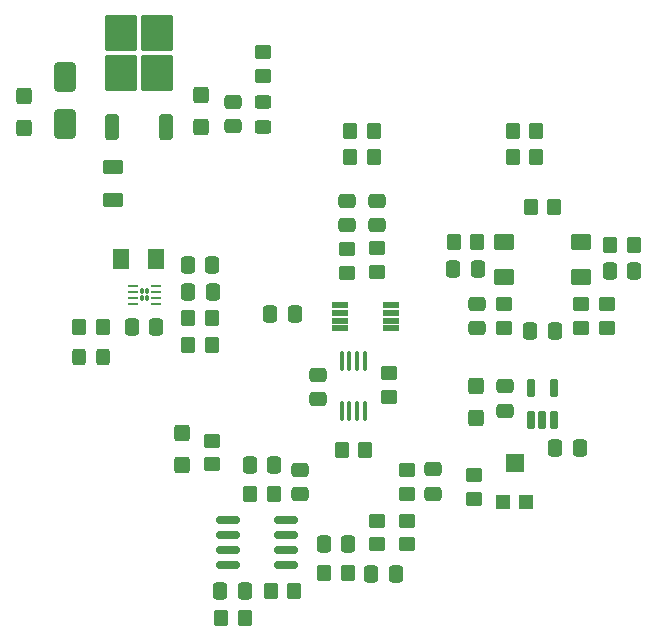
<source format=gbr>
%TF.GenerationSoftware,KiCad,Pcbnew,8.0.0*%
%TF.CreationDate,2024-10-07T21:47:18+03:00*%
%TF.ProjectId,laser_com_v1,6c617365-725f-4636-9f6d-5f76312e6b69,rev?*%
%TF.SameCoordinates,Original*%
%TF.FileFunction,Paste,Top*%
%TF.FilePolarity,Positive*%
%FSLAX46Y46*%
G04 Gerber Fmt 4.6, Leading zero omitted, Abs format (unit mm)*
G04 Created by KiCad (PCBNEW 8.0.0) date 2024-10-07 21:47:18*
%MOMM*%
%LPD*%
G01*
G04 APERTURE LIST*
G04 Aperture macros list*
%AMRoundRect*
0 Rectangle with rounded corners*
0 $1 Rounding radius*
0 $2 $3 $4 $5 $6 $7 $8 $9 X,Y pos of 4 corners*
0 Add a 4 corners polygon primitive as box body*
4,1,4,$2,$3,$4,$5,$6,$7,$8,$9,$2,$3,0*
0 Add four circle primitives for the rounded corners*
1,1,$1+$1,$2,$3*
1,1,$1+$1,$4,$5*
1,1,$1+$1,$6,$7*
1,1,$1+$1,$8,$9*
0 Add four rect primitives between the rounded corners*
20,1,$1+$1,$2,$3,$4,$5,0*
20,1,$1+$1,$4,$5,$6,$7,0*
20,1,$1+$1,$6,$7,$8,$9,0*
20,1,$1+$1,$8,$9,$2,$3,0*%
G04 Aperture macros list end*
%ADD10RoundRect,0.250000X-0.350000X-0.450000X0.350000X-0.450000X0.350000X0.450000X-0.350000X0.450000X0*%
%ADD11RoundRect,0.250000X0.350000X0.450000X-0.350000X0.450000X-0.350000X-0.450000X0.350000X-0.450000X0*%
%ADD12RoundRect,0.250000X-0.475000X0.337500X-0.475000X-0.337500X0.475000X-0.337500X0.475000X0.337500X0*%
%ADD13RoundRect,0.250000X-0.337500X-0.475000X0.337500X-0.475000X0.337500X0.475000X-0.337500X0.475000X0*%
%ADD14RoundRect,0.250000X0.337500X0.475000X-0.337500X0.475000X-0.337500X-0.475000X0.337500X-0.475000X0*%
%ADD15RoundRect,0.250000X0.450000X-0.350000X0.450000X0.350000X-0.450000X0.350000X-0.450000X-0.350000X0*%
%ADD16RoundRect,0.250000X0.650000X-1.000000X0.650000X1.000000X-0.650000X1.000000X-0.650000X-1.000000X0*%
%ADD17RoundRect,0.150000X-0.825000X-0.150000X0.825000X-0.150000X0.825000X0.150000X-0.825000X0.150000X0*%
%ADD18RoundRect,0.250000X-0.450000X0.350000X-0.450000X-0.350000X0.450000X-0.350000X0.450000X0.350000X0*%
%ADD19RoundRect,0.250000X0.475000X-0.337500X0.475000X0.337500X-0.475000X0.337500X-0.475000X-0.337500X0*%
%ADD20RoundRect,0.058750X0.651250X0.176250X-0.651250X0.176250X-0.651250X-0.176250X0.651250X-0.176250X0*%
%ADD21RoundRect,0.250001X-0.624999X0.462499X-0.624999X-0.462499X0.624999X-0.462499X0.624999X0.462499X0*%
%ADD22RoundRect,0.162500X0.162500X-0.617500X0.162500X0.617500X-0.162500X0.617500X-0.162500X-0.617500X0*%
%ADD23RoundRect,0.250000X0.425000X-0.450000X0.425000X0.450000X-0.425000X0.450000X-0.425000X-0.450000X0*%
%ADD24R,1.200000X1.200000*%
%ADD25R,1.600000X1.500000*%
%ADD26RoundRect,0.250001X0.462499X0.624999X-0.462499X0.624999X-0.462499X-0.624999X0.462499X-0.624999X0*%
%ADD27RoundRect,0.080000X0.080000X0.160000X-0.080000X0.160000X-0.080000X-0.160000X0.080000X-0.160000X0*%
%ADD28RoundRect,0.062500X0.325000X0.062500X-0.325000X0.062500X-0.325000X-0.062500X0.325000X-0.062500X0*%
%ADD29RoundRect,0.250001X0.624999X-0.462499X0.624999X0.462499X-0.624999X0.462499X-0.624999X-0.462499X0*%
%ADD30RoundRect,0.100000X0.100000X-0.712500X0.100000X0.712500X-0.100000X0.712500X-0.100000X-0.712500X0*%
%ADD31RoundRect,0.250000X-0.325000X-0.450000X0.325000X-0.450000X0.325000X0.450000X-0.325000X0.450000X0*%
%ADD32RoundRect,0.250000X0.625000X-0.375000X0.625000X0.375000X-0.625000X0.375000X-0.625000X-0.375000X0*%
%ADD33RoundRect,0.250000X0.350000X-0.850000X0.350000X0.850000X-0.350000X0.850000X-0.350000X-0.850000X0*%
%ADD34RoundRect,0.250000X1.125000X-1.275000X1.125000X1.275000X-1.125000X1.275000X-1.125000X-1.275000X0*%
%ADD35RoundRect,0.250000X-0.450000X0.325000X-0.450000X-0.325000X0.450000X-0.325000X0.450000X0.325000X0*%
G04 APERTURE END LIST*
D10*
%TO.C,R23*%
X97503375Y-84416625D03*
X99503375Y-84416625D03*
%TD*%
D11*
%TO.C,R8*%
X114766470Y-90848530D03*
X112766470Y-90848530D03*
%TD*%
D12*
%TO.C,C24*%
X97262500Y-90362500D03*
X97262500Y-92437500D03*
%TD*%
D10*
%TO.C,R9*%
X106266470Y-93848530D03*
X108266470Y-93848530D03*
%TD*%
D13*
%TO.C,C1*%
X83725875Y-95813375D03*
X85800875Y-95813375D03*
%TD*%
D11*
%TO.C,R20*%
X98762500Y-111437500D03*
X96762500Y-111437500D03*
%TD*%
D12*
%TO.C,C23*%
X99762500Y-90362500D03*
X99762500Y-92437500D03*
%TD*%
D14*
%TO.C,C5*%
X121553970Y-96348530D03*
X119478970Y-96348530D03*
%TD*%
D15*
%TO.C,R18*%
X102262500Y-115187500D03*
X102262500Y-113187500D03*
%TD*%
%TO.C,R10*%
X110516470Y-101098530D03*
X110516470Y-99098530D03*
%TD*%
D11*
%TO.C,R14*%
X88550000Y-125725000D03*
X86550000Y-125725000D03*
%TD*%
D16*
%TO.C,D2*%
X73345000Y-83875000D03*
X73345000Y-79875000D03*
%TD*%
D17*
%TO.C,U2*%
X87127500Y-117372500D03*
X87127500Y-118642500D03*
X87127500Y-119912500D03*
X87127500Y-121182500D03*
X92077500Y-121182500D03*
X92077500Y-119912500D03*
X92077500Y-118642500D03*
X92077500Y-117372500D03*
%TD*%
D11*
%TO.C,R3*%
X76550875Y-101063375D03*
X74550875Y-101063375D03*
%TD*%
D18*
%TO.C,R4*%
X108016470Y-113598530D03*
X108016470Y-115598530D03*
%TD*%
D12*
%TO.C,C20*%
X104512500Y-113112500D03*
X104512500Y-115187500D03*
%TD*%
D13*
%TO.C,C8*%
X112728970Y-101386030D03*
X114803970Y-101386030D03*
%TD*%
D18*
%TO.C,R6*%
X119266470Y-99098530D03*
X119266470Y-101098530D03*
%TD*%
D12*
%TO.C,C7*%
X110641470Y-106061030D03*
X110641470Y-108136030D03*
%TD*%
D19*
%TO.C,C21*%
X94762500Y-107187500D03*
X94762500Y-105112500D03*
%TD*%
D20*
%TO.C,U4*%
X100927500Y-101162500D03*
X100927500Y-100512500D03*
X100927500Y-99862500D03*
X100927500Y-99212500D03*
X96597500Y-99212500D03*
X96597500Y-99862500D03*
X96597500Y-100512500D03*
X96597500Y-101162500D03*
%TD*%
D21*
%TO.C,L3*%
X110516470Y-93861030D03*
X110516470Y-96836030D03*
%TD*%
D22*
%TO.C,U1*%
X112816470Y-108948530D03*
X113766470Y-108948530D03*
X114716470Y-108948530D03*
X114716470Y-106248530D03*
X112816470Y-106248530D03*
%TD*%
D11*
%TO.C,R2*%
X85800875Y-102563375D03*
X83800875Y-102563375D03*
%TD*%
D14*
%TO.C,C19*%
X97337500Y-119437500D03*
X95262500Y-119437500D03*
%TD*%
D15*
%TO.C,R25*%
X100762500Y-106937500D03*
X100762500Y-104937500D03*
%TD*%
D23*
%TO.C,C11*%
X69845000Y-84225000D03*
X69845000Y-81525000D03*
%TD*%
D11*
%TO.C,R7*%
X121516470Y-94098530D03*
X119516470Y-94098530D03*
%TD*%
D15*
%TO.C,R11*%
X90095000Y-79777500D03*
X90095000Y-77777500D03*
%TD*%
D19*
%TO.C,C13*%
X87595000Y-84062500D03*
X87595000Y-81987500D03*
%TD*%
D24*
%TO.C,RV1*%
X110416470Y-115848530D03*
D25*
X111416470Y-112598530D03*
D24*
X112416470Y-115848530D03*
%TD*%
D14*
%TO.C,C3*%
X81088375Y-101063375D03*
X79013375Y-101063375D03*
%TD*%
%TO.C,C18*%
X101337500Y-121937500D03*
X99262500Y-121937500D03*
%TD*%
D11*
%TO.C,R13*%
X92762500Y-123437500D03*
X90762500Y-123437500D03*
%TD*%
D15*
%TO.C,R21*%
X99800000Y-96400000D03*
X99800000Y-94400000D03*
%TD*%
D14*
%TO.C,C4*%
X116928970Y-111311030D03*
X114853970Y-111311030D03*
%TD*%
D18*
%TO.C,R12*%
X85762500Y-110687500D03*
X85762500Y-112687500D03*
%TD*%
D26*
%TO.C,L1*%
X81038375Y-95313375D03*
X78063375Y-95313375D03*
%TD*%
D12*
%TO.C,C17*%
X93262500Y-113150000D03*
X93262500Y-115225000D03*
%TD*%
D11*
%TO.C,R15*%
X91012500Y-115187500D03*
X89012500Y-115187500D03*
%TD*%
D10*
%TO.C,R26*%
X111253375Y-86666625D03*
X113253375Y-86666625D03*
%TD*%
D27*
%TO.C,U5*%
X80263375Y-98613375D03*
X80263375Y-98013375D03*
X79863375Y-98613375D03*
X79863375Y-98013375D03*
D28*
X81050875Y-99063375D03*
X81050875Y-98563375D03*
X81050875Y-98063375D03*
X81050875Y-97563375D03*
X79075875Y-97563375D03*
X79075875Y-98063375D03*
X79075875Y-98563375D03*
X79075875Y-99063375D03*
%TD*%
D23*
%TO.C,C6*%
X108141470Y-108753530D03*
X108141470Y-106053530D03*
%TD*%
D29*
%TO.C,L2*%
X117016470Y-96836030D03*
X117016470Y-93861030D03*
%TD*%
D30*
%TO.C,U3*%
X96762500Y-108187500D03*
X97412500Y-108187500D03*
X98062500Y-108187500D03*
X98712500Y-108187500D03*
X98712500Y-103962500D03*
X98062500Y-103962500D03*
X97412500Y-103962500D03*
X96762500Y-103962500D03*
%TD*%
D19*
%TO.C,C10*%
X108266470Y-101136030D03*
X108266470Y-99061030D03*
%TD*%
D14*
%TO.C,C15*%
X88550000Y-123437500D03*
X86475000Y-123437500D03*
%TD*%
D15*
%TO.C,R22*%
X97262500Y-96437500D03*
X97262500Y-94437500D03*
%TD*%
D31*
%TO.C,D1*%
X74525875Y-103563375D03*
X76575875Y-103563375D03*
%TD*%
D23*
%TO.C,C14*%
X83285000Y-112765000D03*
X83285000Y-110065000D03*
%TD*%
D10*
%TO.C,R24*%
X97503375Y-86666625D03*
X99503375Y-86666625D03*
%TD*%
D15*
%TO.C,R5*%
X117016470Y-101098530D03*
X117016470Y-99098530D03*
%TD*%
D32*
%TO.C,F1*%
X77400000Y-90300000D03*
X77400000Y-87500000D03*
%TD*%
D13*
%TO.C,C9*%
X106228970Y-96136030D03*
X108303970Y-96136030D03*
%TD*%
D10*
%TO.C,R27*%
X111253375Y-84416625D03*
X113253375Y-84416625D03*
%TD*%
D33*
%TO.C,U6*%
X77340000Y-84150000D03*
D34*
X78095000Y-79525000D03*
X81145000Y-79525000D03*
X78095000Y-76175000D03*
X81145000Y-76175000D03*
D33*
X81900000Y-84150000D03*
%TD*%
D10*
%TO.C,R16*%
X95300000Y-121900000D03*
X97300000Y-121900000D03*
%TD*%
D13*
%TO.C,C16*%
X88975000Y-112725000D03*
X91050000Y-112725000D03*
%TD*%
%TO.C,C22*%
X90725000Y-99937500D03*
X92800000Y-99937500D03*
%TD*%
D35*
%TO.C,D3*%
X90095000Y-82025000D03*
X90095000Y-84075000D03*
%TD*%
D23*
%TO.C,C12*%
X84845000Y-84125000D03*
X84845000Y-81425000D03*
%TD*%
D10*
%TO.C,R1*%
X83800875Y-100313375D03*
X85800875Y-100313375D03*
%TD*%
D15*
%TO.C,R17*%
X102262500Y-119437500D03*
X102262500Y-117437500D03*
%TD*%
D13*
%TO.C,C2*%
X83800875Y-98063375D03*
X85875875Y-98063375D03*
%TD*%
D15*
%TO.C,R19*%
X99762500Y-119437500D03*
X99762500Y-117437500D03*
%TD*%
M02*

</source>
